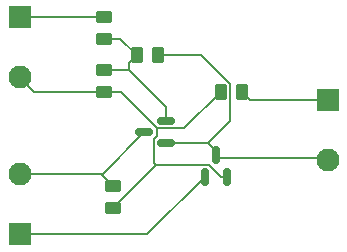
<source format=gbr>
G04 #@! TF.GenerationSoftware,KiCad,Pcbnew,8.0.6*
G04 #@! TF.CreationDate,2025-03-14T18:00:41+01:00*
G04 #@! TF.ProjectId,TENG_PCB,54454e47-5f50-4434-922e-6b696361645f,rev?*
G04 #@! TF.SameCoordinates,Original*
G04 #@! TF.FileFunction,Copper,L1,Top*
G04 #@! TF.FilePolarity,Positive*
%FSLAX46Y46*%
G04 Gerber Fmt 4.6, Leading zero omitted, Abs format (unit mm)*
G04 Created by KiCad (PCBNEW 8.0.6) date 2025-03-14 18:00:41*
%MOMM*%
%LPD*%
G01*
G04 APERTURE LIST*
G04 Aperture macros list*
%AMRoundRect*
0 Rectangle with rounded corners*
0 $1 Rounding radius*
0 $2 $3 $4 $5 $6 $7 $8 $9 X,Y pos of 4 corners*
0 Add a 4 corners polygon primitive as box body*
4,1,4,$2,$3,$4,$5,$6,$7,$8,$9,$2,$3,0*
0 Add four circle primitives for the rounded corners*
1,1,$1+$1,$2,$3*
1,1,$1+$1,$4,$5*
1,1,$1+$1,$6,$7*
1,1,$1+$1,$8,$9*
0 Add four rect primitives between the rounded corners*
20,1,$1+$1,$2,$3,$4,$5,0*
20,1,$1+$1,$4,$5,$6,$7,0*
20,1,$1+$1,$6,$7,$8,$9,0*
20,1,$1+$1,$8,$9,$2,$3,0*%
G04 Aperture macros list end*
G04 #@! TA.AperFunction,SMDPad,CuDef*
%ADD10RoundRect,0.250000X-0.450000X0.262500X-0.450000X-0.262500X0.450000X-0.262500X0.450000X0.262500X0*%
G04 #@! TD*
G04 #@! TA.AperFunction,SMDPad,CuDef*
%ADD11RoundRect,0.150000X0.150000X-0.587500X0.150000X0.587500X-0.150000X0.587500X-0.150000X-0.587500X0*%
G04 #@! TD*
G04 #@! TA.AperFunction,SMDPad,CuDef*
%ADD12RoundRect,0.250000X0.262500X0.450000X-0.262500X0.450000X-0.262500X-0.450000X0.262500X-0.450000X0*%
G04 #@! TD*
G04 #@! TA.AperFunction,SMDPad,CuDef*
%ADD13RoundRect,0.250000X-0.262500X-0.450000X0.262500X-0.450000X0.262500X0.450000X-0.262500X0.450000X0*%
G04 #@! TD*
G04 #@! TA.AperFunction,SMDPad,CuDef*
%ADD14RoundRect,0.150000X0.587500X0.150000X-0.587500X0.150000X-0.587500X-0.150000X0.587500X-0.150000X0*%
G04 #@! TD*
G04 #@! TA.AperFunction,ComponentPad*
%ADD15R,1.950000X1.950000*%
G04 #@! TD*
G04 #@! TA.AperFunction,ComponentPad*
%ADD16C,1.950000*%
G04 #@! TD*
G04 #@! TA.AperFunction,Conductor*
%ADD17C,0.200000*%
G04 #@! TD*
G04 APERTURE END LIST*
D10*
X137740000Y-84147500D03*
X137740000Y-85972500D03*
D11*
X145480000Y-83385000D03*
X147380000Y-83385000D03*
X146430000Y-81510000D03*
D12*
X148650000Y-76170000D03*
X146825000Y-76170000D03*
D10*
X137000000Y-69837500D03*
X137000000Y-71662500D03*
D13*
X139727500Y-73050000D03*
X141552500Y-73050000D03*
D14*
X142250000Y-80520000D03*
X142250000Y-78620000D03*
X140375000Y-79570000D03*
D15*
X129830000Y-88230000D03*
D16*
X129830000Y-83150000D03*
D15*
X155900000Y-76850000D03*
D16*
X155900000Y-81930000D03*
D15*
X129830000Y-69840000D03*
D16*
X129830000Y-74920000D03*
D10*
X136980000Y-74307500D03*
X136980000Y-76132500D03*
D17*
X129830000Y-69840000D02*
X131107000Y-69840000D01*
X131107000Y-69840000D02*
X131109000Y-69837500D01*
X131109000Y-69837500D02*
X137000000Y-69837500D01*
X136980000Y-76132500D02*
X138385000Y-76132500D01*
X136980000Y-76132500D02*
X131042000Y-76132500D01*
X141188000Y-80169400D02*
X141188000Y-82141200D01*
X141475000Y-79222300D02*
X141475000Y-79882400D01*
X147380000Y-83385000D02*
X146868000Y-83385000D01*
X141188000Y-82141200D02*
X141380000Y-82332800D01*
X131042000Y-76132500D02*
X129830000Y-74920000D01*
X146868000Y-83385000D02*
X145815000Y-82332800D01*
X141475000Y-79882400D02*
X141188000Y-80169400D01*
X141380000Y-82332800D02*
X137740000Y-85972500D01*
X138385000Y-76132500D02*
X141475000Y-79222300D01*
X141475000Y-79222300D02*
X143773000Y-79222300D01*
X143773000Y-79222300D02*
X146825000Y-76170000D01*
X145815000Y-82332800D02*
X141380000Y-82332800D01*
X136742000Y-83150000D02*
X136769000Y-83176200D01*
X129780000Y-83150000D02*
X136742000Y-83150000D01*
X140375000Y-79570000D02*
X136769000Y-83176200D01*
X136769000Y-83176200D02*
X137740000Y-84147500D01*
X140635000Y-88230000D02*
X145480000Y-83385000D01*
X129780000Y-88230000D02*
X140635000Y-88230000D01*
X145800000Y-80520000D02*
X147668000Y-78652500D01*
X147668000Y-75511000D02*
X145206000Y-73050000D01*
X146430000Y-81150000D02*
X146430000Y-81510000D01*
X141552500Y-73050000D02*
X141552000Y-73050000D01*
X146680000Y-81760000D02*
X155730000Y-81760000D01*
X155730000Y-81760000D02*
X155900000Y-81930000D01*
X145206000Y-73050000D02*
X141552500Y-73050000D01*
X147668000Y-78652500D02*
X147668000Y-75511000D01*
X146430000Y-81510000D02*
X146680000Y-81760000D01*
X142250000Y-80520000D02*
X145800000Y-80520000D01*
X145800000Y-80520000D02*
X146430000Y-81150000D01*
X142250000Y-77457600D02*
X142250000Y-78620000D01*
X137000000Y-71662500D02*
X138340000Y-71662500D01*
X139414000Y-73363800D02*
X139100000Y-73677600D01*
X139728000Y-73050000D02*
X139414000Y-73363800D01*
X139727500Y-73050300D02*
X139727500Y-73050000D01*
X139414000Y-73363800D02*
X139727500Y-73050300D01*
X138340000Y-71662500D02*
X139728000Y-73050000D01*
X139100000Y-73677600D02*
X139100000Y-74307500D01*
X136980000Y-74307500D02*
X139100000Y-74307500D01*
X139100000Y-74307500D02*
X142250000Y-77457600D01*
X155900000Y-76070000D02*
X155900000Y-76850000D01*
X155900000Y-76850000D02*
X149330000Y-76850000D01*
X149330000Y-76850000D02*
X148650000Y-76170000D01*
M02*

</source>
